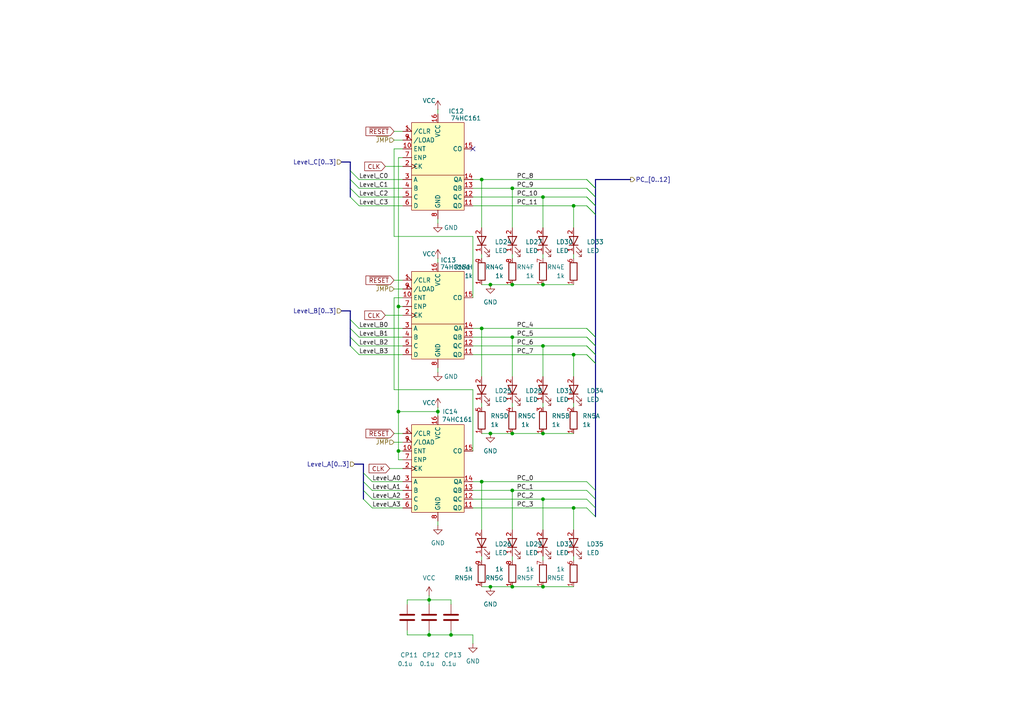
<source format=kicad_sch>
(kicad_sch (version 20250114) (generator "eeschema") (generator_version "9.0")
  (paper "A4")
  (title_block (title "HC4_CPU") (date "2025-04-17") (rev "2.0"))
  (lib_symbols
    (symbol "74xx_2:74HC161"
      (property "Reference" "IC" (at -8.89 12.7 0))
      (property "Value" "74HC161" (at 8.89 -13.97 0))
      (symbol "74HC161_0_1"
        (rectangle (start -7.62 12.7) (end 7.62 -12.7) (fill (type background)))
        (polyline (pts (xy -7.62 -2.54) (xy 7.62 -2.54)))
      )
      (symbol "74HC161_1_1"
        (pin input input_low (at -10.16 10.16 0) (length 2.54) (name "/CLR") (number "1"))
        (pin input input_low (at -10.16 7.62 0) (length 2.54) (name "/LOAD") (number "9"))
        (pin input line (at -10.16 5.08 0) (length 2.54) (name "ENT") (number "10"))
        (pin input line (at -10.16 2.54 0) (length 2.54) (name "ENP") (number "7"))
        (pin input clock (at -10.16 0 0) (length 2.54) (name "CK") (number "2"))
        (pin input line (at -10.16 -3.81 0) (length 2.54) (name "A") (number "3"))
        (pin input line (at -10.16 -6.35 0) (length 2.54) (name "B") (number "4"))
        (pin input line (at -10.16 -8.89 0) (length 2.54) (name "C") (number "5"))
        (pin input line (at -10.16 -11.43 0) (length 2.54) (name "D") (number "6"))
        (pin power_in line (at 0 15.24 270) (length 2.54) (name "VCC") (number "16"))
        (pin power_in line (at 0 -15.24 90) (length 2.54) (name "GND") (number "8"))
        (pin output line (at 10.16 5.08 180) (length 2.54) (name "CO") (number "15"))
        (pin output line (at 10.16 -3.81 180) (length 2.54) (name "QA") (number "14"))
        (pin output line (at 10.16 -6.35 180) (length 2.54) (name "QB") (number "13"))
        (pin output line (at 10.16 -8.89 180) (length 2.54) (name "QC") (number "12"))
        (pin output line (at 10.16 -11.43 180) (length 2.54) (name "QD") (number "11"))
      )
    )
    (symbol "Device2:C_Bypass" (pin_numbers (hide yes)) (pin_names (offset 0.254))
      (property "Reference" "CP" (at 0.635 2.54 0))
      (property "Value" "C_Byp" (at 0.635 -2.54 0))
      (symbol "C_Bypass_0_1"
        (polyline (pts (xy -2.032 0.762) (xy 2.032 0.762)) (stroke (width 0.508)))
        (polyline (pts (xy -2.032 -0.762) (xy 2.032 -0.762)) (stroke (width 0.508)))
      )
      (symbol "C_Bypass_1_1"
        (pin passive line (at 0 3.81 270) (length 2.794) (name "~") (number "1"))
        (pin passive line (at 0 -3.81 90) (length 2.794) (name "~") (number "2"))
      )
    )
    (symbol "Device2:LED_"
      (property "Reference" "LD" (at 0 2.54 0))
      (symbol "LED__0_1"
        (polyline (pts (xy -3.048 -0.762) (xy -4.572 -2.286) (xy -3.81 -2.286) (xy -4.572 -2.286) (xy -4.572 -1.524)))
        (polyline (pts (xy -1.778 -0.762) (xy -3.302 -2.286) (xy -2.54 -2.286) (xy -3.302 -2.286) (xy -3.302 -1.524)))
        (polyline (pts (xy -1.27 0) (xy 1.27 0)))
        (polyline (pts (xy -1.27 -1.27) (xy -1.27 1.27)) (stroke (width 0.254)))
        (polyline (pts (xy 1.27 -1.27) (xy 1.27 1.27) (xy -1.27 0) (xy 1.27 -1.27)) (stroke (width 0.254)))
      )
      (symbol "LED__1_1"
        (pin passive line (at -3.81 0 0) (length 2.54) (name "K") (number "1"))
        (pin passive line (at 3.81 0 180) (length 2.54) (name "") (number "2"))
      )
    )
    (symbol "Device:R_Network08_Split" (pin_names (offset 0) (hide yes))
      (property "Reference" "RN" (at 2.032 0 90))
      (property "Value" "R_Network08_Split" (at 0 0 90))
      (symbol "R_Network08_Split_0_1"
        (rectangle (start 1.016 2.54) (end -1.016 -2.54) (stroke (width 0.254)))
        (pin passive line (at 0 3.81 270) (length 1.27) (name "R1") (number "1"))
      )
      (symbol "R_Network08_Split_1_1"
        (pin passive line (at 0 -3.81 90) (length 1.27) (name "R1.2") (number "2"))
      )
      (symbol "R_Network08_Split_2_1"
        (pin passive line (at 0 -3.81 90) (length 1.27) (name "R2.2") (number "3"))
      )
      (symbol "R_Network08_Split_3_1"
        (pin passive line (at 0 -3.81 90) (length 1.27) (name "R3.2") (number "4"))
      )
      (symbol "R_Network08_Split_4_1"
        (pin passive line (at 0 -3.81 90) (length 1.27) (name "R4.2") (number "5"))
      )
      (symbol "R_Network08_Split_5_1"
        (pin passive line (at 0 -3.81 90) (length 1.27) (name "R5.2") (number "6"))
      )
      (symbol "R_Network08_Split_6_1"
        (pin passive line (at 0 -3.81 90) (length 1.27) (name "R6.2") (number "7"))
      )
      (symbol "R_Network08_Split_7_1"
        (pin passive line (at 0 -3.81 90) (length 1.27) (name "R7.2") (number "8"))
      )
      (symbol "R_Network08_Split_8_1"
        (pin passive line (at 0 -3.81 90) (length 1.27) (name "R8.2") (number "9"))
      )
    )
    (symbol "power:GND" (power) (pin_numbers (hide yes)) (pin_names (offset 0) (hide yes))
      (property "Value" "GND" (at 0 -3.81 0))
      (symbol "GND_0_1"
        (polyline (pts (xy 0 0) (xy 0 -1.27) (xy 1.27 -1.27) (xy 0 -2.54) (xy -1.27 -1.27) (xy 0 -1.27)))
      )
      (symbol "GND_1_1"
        (pin power_in line (at 0 0 270) (length 0) (name "~") (number "1"))
      )
    )
    (symbol "power:VCC" (power) (pin_numbers (hide yes)) (pin_names (offset 0) (hide yes))
      (property "Value" "VCC" (at 0 3.556 0))
      (symbol "VCC_0_1"
        (polyline (pts (xy -0.762 1.27) (xy 0 2.54)))
        (polyline (pts (xy 0 2.54) (xy 0.762 1.27)))
        (polyline (pts (xy 0 0) (xy 0 2.54)))
      )
      (symbol "VCC_1_1"
        (pin power_in line (at 0 0 90) (length 0) (name "~") (number "1"))
      )
    )
  )
  (junction (at 157.48 170.18))
  (junction (at 148.59 142.24))
  (junction (at 142.24 82.55))
  (junction (at 157.48 57.15))
  (junction (at 166.37 147.32))
  (junction (at 115.57 88.9))
  (junction (at 139.7 139.7))
  (junction (at 115.57 130.81))
  (junction (at 127 119.38))
  (junction (at 166.37 59.69))
  (junction (at 148.59 82.55))
  (junction (at 157.48 125.73))
  (junction (at 130.81 184.15))
  (junction (at 157.48 144.78))
  (junction (at 124.46 184.15))
  (junction (at 139.7 95.25))
  (junction (at 157.48 82.55))
  (junction (at 157.48 100.33))
  (junction (at 142.24 125.73))
  (junction (at 166.37 102.87))
  (junction (at 148.59 125.73))
  (junction (at 148.59 170.18))
  (junction (at 148.59 54.61))
  (junction (at 115.57 119.38))
  (junction (at 148.59 97.79))
  (junction (at 124.46 173.99))
  (junction (at 142.24 170.18))
  (junction (at 139.7 52.07))
  (no_connect (at 137.16 43.18))
  (bus_entry (at 170.18 54.61) (size 2.54 2.54))
  (bus_entry (at 170.18 142.24) (size 2.54 2.54))
  (bus_entry (at 170.18 95.25) (size 2.54 2.54))
  (bus_entry (at 107.95 142.24) (size -2.54 -2.54))
  (bus_entry (at 170.18 139.7) (size 2.54 2.54))
  (bus_entry (at 170.18 59.69) (size 2.54 2.54))
  (bus_entry (at 170.18 97.79) (size 2.54 2.54))
  (bus_entry (at 170.18 102.87) (size 2.54 2.54))
  (bus_entry (at 170.18 52.07) (size 2.54 2.54))
  (bus_entry (at 170.18 54.61) (size 2.54 2.54))
  (bus_entry (at 104.14 52.07) (size -2.54 -2.54))
  (bus_entry (at 104.14 100.33) (size -2.54 -2.54))
  (bus_entry (at 170.18 97.79) (size 2.54 2.54))
  (bus_entry (at 170.18 57.15) (size 2.54 2.54))
  (bus_entry (at 104.14 102.87) (size -2.54 -2.54))
  (bus_entry (at 107.95 147.32) (size -2.54 -2.54))
  (bus_entry (at 107.95 139.7) (size -2.54 -2.54))
  (bus_entry (at 104.14 57.15) (size -2.54 -2.54))
  (bus_entry (at 170.18 95.25) (size 2.54 2.54))
  (bus_entry (at 170.18 102.87) (size 2.54 2.54))
  (bus_entry (at 104.14 97.79) (size -2.54 -2.54))
  (bus_entry (at 170.18 147.32) (size 2.54 2.54))
  (bus_entry (at 170.18 52.07) (size 2.54 2.54))
  (bus_entry (at 104.14 59.69) (size -2.54 -2.54))
  (bus_entry (at 170.18 100.33) (size 2.54 2.54))
  (bus_entry (at 170.18 144.78) (size 2.54 2.54))
  (bus_entry (at 170.18 100.33) (size 2.54 2.54))
  (bus_entry (at 107.95 144.78) (size -2.54 -2.54))
  (bus_entry (at 170.18 59.69) (size 2.54 2.54))
  (bus_entry (at 170.18 57.15) (size 2.54 2.54))
  (bus_entry (at 104.14 54.61) (size -2.54 -2.54))
  (bus_entry (at 104.14 95.25) (size -2.54 -2.54))
  (wire (pts (xy 118.11 175.26) (xy 118.11 173.99)))
  (wire (pts (xy 157.48 74.93) (xy 157.48 73.66)))
  (bus (pts (xy 99.06 46.99) (xy 101.6 46.99)))
  (wire (pts (xy 170.18 144.78) (xy 157.48 144.78)))
  (bus (pts (xy 101.6 100.33) (xy 101.6 97.79)))
  (wire (pts (xy 166.37 102.87) (xy 137.16 102.87)))
  (wire (pts (xy 130.81 173.99) (xy 124.46 173.99)))
  (wire (pts (xy 170.18 102.87) (xy 166.37 102.87)))
  (bus (pts (xy 172.72 52.07) (xy 182.88 52.07)))
  (wire (pts (xy 127 119.38) (xy 127 120.65)))
  (wire (pts (xy 148.59 97.79) (xy 148.59 109.22)))
  (bus (pts (xy 172.72 57.15) (xy 172.72 59.69)))
  (wire (pts (xy 137.16 186.69) (xy 137.16 184.15)))
  (wire (pts (xy 148.59 142.24) (xy 148.59 153.67)))
  (wire (pts (xy 115.57 45.72) (xy 116.84 45.72)))
  (bus (pts (xy 105.41 134.62) (xy 102.87 134.62)))
  (wire (pts (xy 170.18 139.7) (xy 139.7 139.7)))
  (wire (pts (xy 166.37 147.32) (xy 166.37 153.67)))
  (wire (pts (xy 127 107.95) (xy 127 106.68)))
  (bus (pts (xy 172.72 100.33) (xy 172.72 102.87)))
  (wire (pts (xy 127 31.75) (xy 127 33.02)))
  (bus (pts (xy 101.6 46.99) (xy 101.6 49.53)))
  (wire (pts (xy 115.57 130.81) (xy 115.57 119.38)))
  (wire (pts (xy 114.3 38.1) (xy 116.84 38.1)))
  (wire (pts (xy 142.24 125.73) (xy 139.7 125.73)))
  (bus (pts (xy 105.41 137.16) (xy 105.41 134.62)))
  (wire (pts (xy 137.16 113.03) (xy 114.3 113.03)))
  (wire (pts (xy 104.14 59.69) (xy 116.84 59.69)))
  (wire (pts (xy 157.48 57.15) (xy 137.16 57.15)))
  (bus (pts (xy 101.6 57.15) (xy 101.6 54.61)))
  (wire (pts (xy 104.14 54.61) (xy 116.84 54.61)))
  (wire (pts (xy 157.48 170.18) (xy 166.37 170.18)))
  (wire (pts (xy 166.37 102.87) (xy 166.37 109.22)))
  (wire (pts (xy 166.37 162.56) (xy 166.37 161.29)))
  (wire (pts (xy 127 152.4) (xy 127 151.13)))
  (wire (pts (xy 130.81 175.26) (xy 130.81 173.99)))
  (wire (pts (xy 139.7 116.84) (xy 139.7 118.11)))
  (wire (pts (xy 148.59 82.55) (xy 157.48 82.55)))
  (bus (pts (xy 101.6 52.07) (xy 101.6 49.53)))
  (wire (pts (xy 166.37 118.11) (xy 166.37 116.84)))
  (wire (pts (xy 139.7 95.25) (xy 137.16 95.25)))
  (wire (pts (xy 148.59 125.73) (xy 142.24 125.73)))
  (wire (pts (xy 107.95 139.7) (xy 116.84 139.7)))
  (wire (pts (xy 127 118.11) (xy 127 119.38)))
  (wire (pts (xy 137.16 52.07) (xy 139.7 52.07)))
  (wire (pts (xy 157.48 125.73) (xy 166.37 125.73)))
  (wire (pts (xy 127 64.77) (xy 127 63.5)))
  (wire (pts (xy 148.59 54.61) (xy 137.16 54.61)))
  (wire (pts (xy 114.3 81.28) (xy 116.84 81.28)))
  (wire (pts (xy 111.76 48.26) (xy 116.84 48.26)))
  (wire (pts (xy 139.7 95.25) (xy 139.7 109.22)))
  (bus (pts (xy 172.72 105.41) (xy 172.72 142.24)))
  (wire (pts (xy 115.57 88.9) (xy 116.84 88.9)))
  (wire (pts (xy 107.95 144.78) (xy 116.84 144.78)))
  (wire (pts (xy 104.14 57.15) (xy 116.84 57.15)))
  (bus (pts (xy 172.72 142.24) (xy 172.72 144.78)))
  (wire (pts (xy 115.57 119.38) (xy 127 119.38)))
  (wire (pts (xy 124.46 182.88) (xy 124.46 184.15)))
  (wire (pts (xy 115.57 133.35) (xy 116.84 133.35)))
  (wire (pts (xy 118.11 173.99) (xy 124.46 173.99)))
  (wire (pts (xy 137.16 86.36) (xy 137.16 68.58)))
  (wire (pts (xy 142.24 170.18) (xy 148.59 170.18)))
  (wire (pts (xy 142.24 82.55) (xy 148.59 82.55)))
  (wire (pts (xy 148.59 125.73) (xy 157.48 125.73)))
  (wire (pts (xy 114.3 43.18) (xy 114.3 68.58)))
  (bus (pts (xy 172.72 144.78) (xy 172.72 147.32)))
  (wire (pts (xy 118.11 184.15) (xy 124.46 184.15)))
  (bus (pts (xy 105.41 142.24) (xy 105.41 139.7)))
  (wire (pts (xy 104.14 102.87) (xy 116.84 102.87)))
  (bus (pts (xy 172.72 147.32) (xy 172.72 149.86)))
  (wire (pts (xy 114.3 125.73) (xy 116.84 125.73)))
  (bus (pts (xy 101.6 95.25) (xy 101.6 92.71)))
  (wire (pts (xy 115.57 88.9) (xy 115.57 45.72)))
  (wire (pts (xy 114.3 83.82) (xy 116.84 83.82)))
  (wire (pts (xy 130.81 182.88) (xy 130.81 184.15)))
  (wire (pts (xy 139.7 139.7) (xy 137.16 139.7)))
  (wire (pts (xy 170.18 59.69) (xy 166.37 59.69)))
  (wire (pts (xy 114.3 40.64) (xy 116.84 40.64)))
  (wire (pts (xy 157.48 144.78) (xy 157.48 153.67)))
  (wire (pts (xy 107.95 147.32) (xy 116.84 147.32)))
  (wire (pts (xy 170.18 95.25) (xy 139.7 95.25)))
  (wire (pts (xy 104.14 95.25) (xy 116.84 95.25)))
  (wire (pts (xy 114.3 128.27) (xy 116.84 128.27)))
  (bus (pts (xy 105.41 144.78) (xy 105.41 142.24)))
  (wire (pts (xy 166.37 59.69) (xy 137.16 59.69)))
  (wire (pts (xy 148.59 170.18) (xy 157.48 170.18)))
  (wire (pts (xy 157.48 144.78) (xy 137.16 144.78)))
  (wire (pts (xy 170.18 54.61) (xy 148.59 54.61)))
  (wire (pts (xy 114.3 86.36) (xy 114.3 113.03)))
  (wire (pts (xy 139.7 82.55) (xy 142.24 82.55)))
  (wire (pts (xy 104.14 52.07) (xy 116.84 52.07)))
  (wire (pts (xy 157.48 57.15) (xy 157.48 66.04)))
  (wire (pts (xy 170.18 100.33) (xy 157.48 100.33)))
  (bus (pts (xy 101.6 54.61) (xy 101.6 52.07)))
  (wire (pts (xy 157.48 162.56) (xy 157.48 161.29)))
  (wire (pts (xy 166.37 59.69) (xy 166.37 66.04)))
  (wire (pts (xy 148.59 118.11) (xy 148.59 116.84)))
  (wire (pts (xy 139.7 74.93) (xy 139.7 73.66)))
  (wire (pts (xy 139.7 162.56) (xy 139.7 161.29)))
  (bus (pts (xy 172.72 62.23) (xy 172.72 97.79)))
  (wire (pts (xy 115.57 119.38) (xy 115.57 88.9)))
  (wire (pts (xy 139.7 170.18) (xy 142.24 170.18)))
  (wire (pts (xy 137.16 184.15) (xy 130.81 184.15)))
  (wire (pts (xy 124.46 184.15) (xy 130.81 184.15)))
  (wire (pts (xy 139.7 52.07) (xy 139.7 66.04)))
  (wire (pts (xy 137.16 68.58) (xy 114.3 68.58)))
  (wire (pts (xy 127 74.93) (xy 127 76.2)))
  (wire (pts (xy 157.48 82.55) (xy 166.37 82.55)))
  (wire (pts (xy 170.18 97.79) (xy 148.59 97.79)))
  (bus (pts (xy 172.72 54.61) (xy 172.72 57.15)))
  (bus (pts (xy 101.6 90.17) (xy 101.6 92.71)))
  (wire (pts (xy 116.84 86.36) (xy 114.3 86.36)))
  (bus (pts (xy 101.6 97.79) (xy 101.6 95.25)))
  (wire (pts (xy 104.14 97.79) (xy 116.84 97.79)))
  (wire (pts (xy 170.18 57.15) (xy 157.48 57.15)))
  (wire (pts (xy 170.18 147.32) (xy 166.37 147.32)))
  (wire (pts (xy 166.37 147.32) (xy 137.16 147.32)))
  (bus (pts (xy 105.41 139.7) (xy 105.41 137.16)))
  (wire (pts (xy 113.03 135.89) (xy 116.84 135.89)))
  (wire (pts (xy 148.59 54.61) (xy 148.59 66.04)))
  (wire (pts (xy 107.95 142.24) (xy 116.84 142.24)))
  (wire (pts (xy 124.46 172.72) (xy 124.46 173.99)))
  (bus (pts (xy 172.72 102.87) (xy 172.72 105.41)))
  (wire (pts (xy 166.37 74.93) (xy 166.37 73.66)))
  (bus (pts (xy 99.06 90.17) (xy 101.6 90.17)))
  (wire (pts (xy 157.48 118.11) (xy 157.48 116.84)))
  (wire (pts (xy 148.59 97.79) (xy 137.16 97.79)))
  (wire (pts (xy 137.16 113.03) (xy 137.16 130.81)))
  (wire (pts (xy 111.76 91.44) (xy 116.84 91.44)))
  (bus (pts (xy 172.72 59.69) (xy 172.72 62.23)))
  (wire (pts (xy 116.84 43.18) (xy 114.3 43.18)))
  (wire (pts (xy 170.18 52.07) (xy 139.7 52.07)))
  (wire (pts (xy 170.18 142.24) (xy 148.59 142.24)))
  (wire (pts (xy 118.11 182.88) (xy 118.11 184.15)))
  (wire (pts (xy 116.84 130.81) (xy 115.57 130.81)))
  (wire (pts (xy 148.59 162.56) (xy 148.59 161.29)))
  (wire (pts (xy 157.48 100.33) (xy 157.48 109.22)))
  (wire (pts (xy 148.59 74.93) (xy 148.59 73.66)))
  (wire (pts (xy 157.48 100.33) (xy 137.16 100.33)))
  (wire (pts (xy 139.7 139.7) (xy 139.7 153.67)))
  (wire (pts (xy 124.46 173.99) (xy 124.46 175.26)))
  (wire (pts (xy 104.14 100.33) (xy 116.84 100.33)))
  (bus (pts (xy 172.72 97.79) (xy 172.72 100.33)))
  (wire (pts (xy 115.57 130.81) (xy 115.57 133.35)))
  (wire (pts (xy 148.59 142.24) (xy 137.16 142.24)))
  (bus (pts (xy 172.72 52.07) (xy 172.72 54.61)))
  (label "Level_B2" (at 104.14 100.33 0))
  (label "Level_A0" (at 107.95 139.7 0))
  (label "PC_3" (at 149.86 147.32 0))
  (label "Level_C3" (at 104.14 59.69 0))
  (label "Level_B0" (at 104.14 95.25 0))
  (label "PC_0" (at 149.86 139.7 0))
  (label "Level_A2" (at 107.95 144.78 0))
  (label "PC_6" (at 149.86 100.33 0))
  (label "PC_5" (at 149.86 97.79 0))
  (label "PC_9" (at 149.86 54.61 0))
  (label "Level_A1" (at 107.95 142.24 0))
  (label "PC_1" (at 149.86 142.24 0))
  (label "Level_B3" (at 104.14 102.87 0))
  (label "PC_11" (at 149.86 59.69 0))
  (label "PC_4" (at 149.86 95.25 0))
  (label "PC_7" (at 149.86 102.87 0))
  (label "Level_C2" (at 104.14 57.15 0))
  (label "Level_B1" (at 104.14 97.79 0))
  (label "PC_10" (at 149.86 57.15 0))
  (label "Level_A3" (at 107.95 147.32 0))
  (label "Level_C0" (at 104.14 52.07 0))
  (label "PC_8" (at 149.86 52.07 0))
  (label "Level_C1" (at 104.14 54.61 0))
  (label "PC_2" (at 149.86 144.78 0))
  (global_label "~{RESET}" (shape input) (at 114.3 38.1 180) (property "Intersheetrefs" "${INTERSHEET_REFS}" (effects (hide yes))))
  (global_label "CLK" (shape input) (at 111.76 48.26 180) (property "Intersheetrefs" "${INTERSHEET_REFS}" (effects (hide yes))))
  (global_label "CLK" (shape input) (at 111.76 91.44 180) (property "Intersheetrefs" "${INTERSHEET_REFS}" (effects (hide yes))))
  (global_label "~{RESET}" (shape input) (at 114.3 125.73 180) (property "Intersheetrefs" "${INTERSHEET_REFS}" (effects (hide yes))))
  (global_label "~{RESET}" (shape input) (at 114.3 81.28 180) (property "Intersheetrefs" "${INTERSHEET_REFS}" (effects (hide yes))))
  (global_label "CLK" (shape input) (at 113.03 135.89 180) (property "Intersheetrefs" "${INTERSHEET_REFS}" (effects (hide yes))))
  (hierarchical_label "~{JMP}" (shape input) (at 114.3 83.82 180))
  (hierarchical_label "Level_A[0..3]" (shape input) (at 102.87 134.62 180))
  (hierarchical_label "PC_[0..12]" (shape output) (at 182.88 52.07 0))
  (hierarchical_label "Level_B[0..3]" (shape input) (at 99.06 90.17 180))
  (hierarchical_label "~{JMP}" (shape input) (at 114.3 40.64 180))
  (hierarchical_label "Level_C[0..3]" (shape input) (at 99.06 46.99 180))
  (hierarchical_label "~{JMP}" (shape input) (at 114.3 128.27 180))
  (symbol (lib_id "power:GND") (at 127 107.95 0) (unit 1)
    (property "Reference" "#PWR047" (effects (hide yes)))
    (property "Value" "GND" (at 130.81 109.22 0))
    (property "Description" "Power symbol creates a global label with name \"GND\" , ground" (effects (hide yes)))
  )
  (symbol (lib_id "Device2:LED_") (at 166.37 113.03 90) (unit 1)
    (property "Reference" "LD34" (at 170.18 113.3474 90) (effects (justify right)))
    (property "Value" "LED" (at 170.18 115.8874 90) (effects (justify right)))
    (property "Footprint" "LED_THT:LED_Rectangular_W5.0mm_H2.0mm" (effects (hide yes)))
    (property "Description" "Light emitting diode" (effects (hide yes)))
  )
  (symbol (lib_id "power:GND") (at 142.24 170.18 0) (unit 1)
    (property "Reference" "#PWR053" (effects (hide yes)))
    (property "Value" "GND" (at 142.24 175.26 0))
    (property "Description" "Power symbol creates a global label with name \"GND\" , ground" (effects (hide yes)))
  )
  (symbol (lib_id "Device:R_Network08_Split") (at 157.48 121.92 180) (unit 2)
    (property "Reference" "RN5" (at 160.02 120.6499 0) (effects (justify right)))
    (property "Value" "1k" (at 160.02 123.1899 0) (effects (justify right)))
    (property "Footprint" "Resistor_THT:R_Array_SIP9" (effects (hide yes)))
    (property "Datasheet" "http://www.vishay.com/docs/31509/csc.pdf" (effects (hide yes)))
    (property "Description" "8 resistor network, star topology, bussed resistors, split" (effects (hide yes)))
  )
  (symbol (lib_id "Device2:LED_") (at 166.37 69.85 90) (unit 1)
    (property "Reference" "LD33" (at 170.18 70.1674 90) (effects (justify right)))
    (property "Value" "LED" (at 170.18 72.7074 90) (effects (justify right)))
    (property "Footprint" "LED_THT:LED_Rectangular_W5.0mm_H2.0mm" (effects (hide yes)))
    (property "Description" "Light emitting diode" (effects (hide yes)))
  )
  (symbol (lib_id "Device2:LED_") (at 148.59 113.03 90) (unit 1)
    (property "Reference" "LD28" (at 152.4 113.3474 90) (effects (justify right)))
    (property "Value" "LED" (at 152.4 115.8874 90) (effects (justify right)))
    (property "Footprint" "LED_THT:LED_Rectangular_W5.0mm_H2.0mm" (effects (hide yes)))
    (property "Description" "Light emitting diode" (effects (hide yes)))
  )
  (symbol (lib_id "74xx_2:74HC161") (at 127 48.26 0) (unit 1)
    (property "Reference" "IC12" (at 132.334 32.258 0))
    (property "Value" "74HC161" (at 135.128 34.29 0))
    (property "Footprint" "Package_DIP:DIP-16_W7.62mm" (effects (hide yes)))
    (property "Datasheet" "https://toshiba.semicon-storage.com/info/TC74HC161AF_datasheet_ja_20140301.pdf?did=10806&prodName=TC74HC161AF" (effects (hide yes)))
    (property "Description" "CMOS 4bit presettable synchronous counter with asynchronous reset" (effects (hide yes)))
    (property "Sim.Library" "74hc.lib" (effects (hide yes)))
    (property "Sim.Name" "74HC161" (effects (hide yes)))
    (property "Sim.Device" "SUBCKT" (effects (hide yes)))
    (property "Sim.Pins" "1=MR 2=CP 3=D0 4=D1 5=D2 6=D3 7=CEP 8=VGND 9=PE 10=CET 11=Q3 12=Q2 13=Q1 14=Q0 15=TC 16=VCC" (effects (hide yes)))
  )
  (symbol (lib_id "Device2:C_Bypass") (at 124.46 179.07 0) (unit 1)
    (property "Reference" "CP12" (at 122.428 189.992 0) (effects (justify left)))
    (property "Value" "0.1u" (at 121.666 192.532 0) (effects (justify left)))
    (property "Footprint" "Capacitor_SMD:C_0603_1608Metric" (effects (hide yes)))
    (property "Description" "Bypass Capacitor" (effects (hide yes)))
  )
  (symbol (lib_id "power:GND") (at 127 64.77 0) (unit 1)
    (property "Reference" "#PWR045" (effects (hide yes)))
    (property "Value" "GND" (at 130.81 66.04 0))
    (property "Description" "Power symbol creates a global label with name \"GND\" , ground" (effects (hide yes)))
  )
  (symbol (lib_id "power:VCC") (at 127 74.93 0) (unit 1)
    (property "Reference" "#PWR046" (effects (hide yes)))
    (property "Value" "VCC" (at 124.46 73.66 0))
    (property "Description" "Power symbol creates a global label with name \"VCC\"" (effects (hide yes)))
  )
  (symbol (lib_id "Device:R_Network08_Split") (at 139.7 78.74 0) (mirror x) (unit 8)
    (property "Reference" "RN4" (at 137.16 77.4699 0) (effects (justify right)))
    (property "Value" "1k" (at 137.16 80.0099 0) (effects (justify right)))
    (property "Footprint" "Resistor_THT:R_Array_SIP9" (effects (hide yes)))
    (property "Datasheet" "http://www.vishay.com/docs/31509/csc.pdf" (effects (hide yes)))
    (property "Description" "8 resistor network, star topology, bussed resistors, split" (effects (hide yes)))
  )
  (symbol (lib_id "Device2:C_Bypass") (at 130.81 179.07 0) (unit 1)
    (property "Reference" "CP13" (at 128.778 189.992 0) (effects (justify left)))
    (property "Value" "0.1u" (at 128.016 192.532 0) (effects (justify left)))
    (property "Footprint" "Capacitor_SMD:C_0603_1608Metric" (effects (hide yes)))
    (property "Description" "Bypass Capacitor" (effects (hide yes)))
  )
  (symbol (lib_id "Device2:LED_") (at 157.48 113.03 90) (unit 1)
    (property "Reference" "LD31" (at 161.29 113.3474 90) (effects (justify right)))
    (property "Value" "LED" (at 161.29 115.8874 90) (effects (justify right)))
    (property "Footprint" "LED_THT:LED_Rectangular_W5.0mm_H2.0mm" (effects (hide yes)))
    (property "Description" "Light emitting diode" (effects (hide yes)))
  )
  (symbol (lib_id "74xx_2:74HC161") (at 127 91.44 0) (unit 1)
    (property "Reference" "IC13" (at 130.048 75.438 0))
    (property "Value" "74HC161" (at 132.08 77.47 0))
    (property "Footprint" "Package_DIP:DIP-16_W7.62mm" (effects (hide yes)))
    (property "Datasheet" "https://toshiba.semicon-storage.com/info/TC74HC161AF_datasheet_ja_20140301.pdf?did=10806&prodName=TC74HC161AF" (effects (hide yes)))
    (property "Description" "CMOS 4bit presettable synchronous counter with asynchronous reset" (effects (hide yes)))
    (property "Sim.Library" "74hc.lib" (effects (hide yes)))
    (property "Sim.Name" "74HC161" (effects (hide yes)))
    (property "Sim.Device" "SUBCKT" (effects (hide yes)))
    (property "Sim.Pins" "1=MR 2=CP 3=D0 4=D1 5=D2 6=D3 7=CEP 8=VGND 9=PE 10=CET 11=Q3 12=Q2 13=Q1 14=Q0 15=TC 16=VCC" (effects (hide yes)))
  )
  (symbol (lib_id "Device:R_Network08_Split") (at 157.48 166.37 180) (unit 6)
    (property "Reference" "RN5" (at 154.94 167.6401 0) (effects (justify left)))
    (property "Value" "1k" (at 154.94 165.1001 0) (effects (justify left)))
    (property "Footprint" "Resistor_THT:R_Array_SIP9" (effects (hide yes)))
    (property "Datasheet" "http://www.vishay.com/docs/31509/csc.pdf" (effects (hide yes)))
    (property "Description" "8 resistor network, star topology, bussed resistors, split" (effects (hide yes)))
  )
  (symbol (lib_id "Device:R_Network08_Split") (at 166.37 78.74 0) (mirror x) (unit 5)
    (property "Reference" "RN4" (at 163.83 77.4699 0) (effects (justify right)))
    (property "Value" "1k" (at 163.83 80.0099 0) (effects (justify right)))
    (property "Footprint" "Resistor_THT:R_Array_SIP9" (effects (hide yes)))
    (property "Datasheet" "http://www.vishay.com/docs/31509/csc.pdf" (effects (hide yes)))
    (property "Description" "8 resistor network, star topology, bussed resistors, split" (effects (hide yes)))
  )
  (symbol (lib_id "Device:R_Network08_Split") (at 148.59 166.37 180) (unit 7)
    (property "Reference" "RN5" (at 146.05 167.6401 0) (effects (justify left)))
    (property "Value" "1k" (at 146.05 165.1001 0) (effects (justify left)))
    (property "Footprint" "Resistor_THT:R_Array_SIP9" (effects (hide yes)))
    (property "Datasheet" "http://www.vishay.com/docs/31509/csc.pdf" (effects (hide yes)))
    (property "Description" "8 resistor network, star topology, bussed resistors, split" (effects (hide yes)))
  )
  (symbol (lib_id "power:VCC") (at 127 118.11 0) (unit 1)
    (property "Reference" "#PWR048" (effects (hide yes)))
    (property "Value" "VCC" (at 124.46 116.84 0))
    (property "Description" "Power symbol creates a global label with name \"VCC\"" (effects (hide yes)))
  )
  (symbol (lib_id "Device2:LED_") (at 139.7 113.03 90) (unit 1)
    (property "Reference" "LD25" (at 143.51 113.3474 90) (effects (justify right)))
    (property "Value" "LED" (at 143.51 115.8874 90) (effects (justify right)))
    (property "Footprint" "LED_THT:LED_Rectangular_W5.0mm_H2.0mm" (effects (hide yes)))
    (property "Description" "Light emitting diode" (effects (hide yes)))
  )
  (symbol (lib_id "Device:R_Network08_Split") (at 139.7 166.37 180) (unit 8)
    (property "Reference" "RN5" (at 137.16 167.6401 0) (effects (justify left)))
    (property "Value" "1k" (at 137.16 165.1001 0) (effects (justify left)))
    (property "Footprint" "Resistor_THT:R_Array_SIP9" (effects (hide yes)))
    (property "Datasheet" "http://www.vishay.com/docs/31509/csc.pdf" (effects (hide yes)))
    (property "Description" "8 resistor network, star topology, bussed resistors, split" (effects (hide yes)))
  )
  (symbol (lib_id "74xx_2:74HC161") (at 127 135.89 0) (unit 1)
    (property "Reference" "IC14" (at 130.556 119.38 0))
    (property "Value" "74HC161" (at 132.588 121.666 0))
    (property "Footprint" "Package_DIP:DIP-16_W7.62mm" (effects (hide yes)))
    (property "Datasheet" "https://toshiba.semicon-storage.com/info/TC74HC161AF_datasheet_ja_20140301.pdf?did=10806&prodName=TC74HC161AF" (effects (hide yes)))
    (property "Description" "CMOS 4bit presettable synchronous counter with asynchronous reset" (effects (hide yes)))
    (property "Sim.Library" "74hc.lib" (effects (hide yes)))
    (property "Sim.Name" "74HC161" (effects (hide yes)))
    (property "Sim.Device" "SUBCKT" (effects (hide yes)))
    (property "Sim.Pins" "1=MR 2=CP 3=D0 4=D1 5=D2 6=D3 7=CEP 8=VGND 9=PE 10=CET 11=Q3 12=Q2 13=Q1 14=Q0 15=TC 16=VCC" (effects (hide yes)))
  )
  (symbol (lib_id "Device2:LED_") (at 139.7 69.85 90) (unit 1)
    (property "Reference" "LD24" (at 143.51 70.1674 90) (effects (justify right)))
    (property "Value" "LED" (at 143.51 72.7074 90) (effects (justify right)))
    (property "Footprint" "LED_THT:LED_Rectangular_W5.0mm_H2.0mm" (effects (hide yes)))
    (property "Description" "Light emitting diode" (effects (hide yes)))
  )
  (symbol (lib_id "power:GND") (at 142.24 125.73 0) (unit 1)
    (property "Reference" "#PWR052" (effects (hide yes)))
    (property "Value" "GND" (at 142.24 130.81 0))
    (property "Description" "Power symbol creates a global label with name \"GND\" , ground" (effects (hide yes)))
  )
  (symbol (lib_id "Device2:LED_") (at 148.59 69.85 90) (unit 1)
    (property "Reference" "LD27" (at 152.4 70.1674 90) (effects (justify right)))
    (property "Value" "LED" (at 152.4 72.7074 90) (effects (justify right)))
    (property "Footprint" "LED_THT:LED_Rectangular_W5.0mm_H2.0mm" (effects (hide yes)))
    (property "Description" "Light emitting diode" (effects (hide yes)))
  )
  (symbol (lib_id "Device:R_Network08_Split") (at 139.7 121.92 180) (unit 4)
    (property "Reference" "RN5" (at 142.24 120.6499 0) (effects (justify right)))
    (property "Value" "1k" (at 142.24 123.1899 0) (effects (justify right)))
    (property "Footprint" "Resistor_THT:R_Array_SIP9" (effects (hide yes)))
    (property "Datasheet" "http://www.vishay.com/docs/31509/csc.pdf" (effects (hide yes)))
    (property "Description" "8 resistor network, star topology, bussed resistors, split" (effects (hide yes)))
  )
  (symbol (lib_id "power:GND") (at 142.24 82.55 0) (unit 1)
    (property "Reference" "#PWR051" (effects (hide yes)))
    (property "Value" "GND" (at 142.24 87.63 0))
    (property "Description" "Power symbol creates a global label with name \"GND\" , ground" (effects (hide yes)))
  )
  (symbol (lib_id "Device:R_Network08_Split") (at 166.37 166.37 180) (unit 5)
    (property "Reference" "RN5" (at 163.83 167.6401 0) (effects (justify left)))
    (property "Value" "1k" (at 163.83 165.1001 0) (effects (justify left)))
    (property "Footprint" "Resistor_THT:R_Array_SIP9" (effects (hide yes)))
    (property "Datasheet" "http://www.vishay.com/docs/31509/csc.pdf" (effects (hide yes)))
    (property "Description" "8 resistor network, star topology, bussed resistors, split" (effects (hide yes)))
  )
  (symbol (lib_id "power:GND") (at 127 152.4 0) (unit 1)
    (property "Reference" "#PWR049" (effects (hide yes)))
    (property "Value" "GND" (at 127 157.48 0))
    (property "Description" "Power symbol creates a global label with name \"GND\" , ground" (effects (hide yes)))
  )
  (symbol (lib_id "power:VCC") (at 124.46 172.72 0) (unit 1)
    (property "Reference" "#PWR043" (effects (hide yes)))
    (property "Value" "VCC" (at 124.46 167.64 0))
    (property "Description" "Power symbol creates a global label with name \"VCC\"" (effects (hide yes)))
  )
  (symbol (lib_id "Device:R_Network08_Split") (at 157.48 78.74 0) (mirror x) (unit 6)
    (property "Reference" "RN4" (at 154.94 77.4699 0) (effects (justify right)))
    (property "Value" "1k" (at 154.94 80.0099 0) (effects (justify right)))
    (property "Footprint" "Resistor_THT:R_Array_SIP9" (effects (hide yes)))
    (property "Datasheet" "http://www.vishay.com/docs/31509/csc.pdf" (effects (hide yes)))
    (property "Description" "8 resistor network, star topology, bussed resistors, split" (effects (hide yes)))
  )
  (symbol (lib_id "Device2:LED_") (at 157.48 157.48 90) (unit 1)
    (property "Reference" "LD32" (at 161.29 157.7974 90) (effects (justify right)))
    (property "Value" "LED" (at 161.29 160.3374 90) (effects (justify right)))
    (property "Footprint" "LED_THT:LED_Rectangular_W5.0mm_H2.0mm" (effects (hide yes)))
    (property "Description" "Light emitting diode" (effects (hide yes)))
  )
  (symbol (lib_id "Device2:LED_") (at 139.7 157.48 90) (unit 1)
    (property "Reference" "LD26" (at 143.51 157.7974 90) (effects (justify right)))
    (property "Value" "LED" (at 143.51 160.3374 90) (effects (justify right)))
    (property "Footprint" "LED_THT:LED_Rectangular_W5.0mm_H2.0mm" (effects (hide yes)))
    (property "Description" "Light emitting diode" (effects (hide yes)))
  )
  (symbol (lib_id "Device2:LED_") (at 166.37 157.48 90) (unit 1)
    (property "Reference" "LD35" (at 170.18 157.7974 90) (effects (justify right)))
    (property "Value" "LED" (at 170.18 160.3374 90) (effects (justify right)))
    (property "Footprint" "LED_THT:LED_Rectangular_W5.0mm_H2.0mm" (effects (hide yes)))
    (property "Description" "Light emitting diode" (effects (hide yes)))
  )
  (symbol (lib_id "Device:R_Network08_Split") (at 148.59 121.92 180) (unit 3)
    (property "Reference" "RN5" (at 155.448 120.65 0) (effects (justify left)))
    (property "Value" "1k" (at 151.13 123.1899 0) (effects (justify right)))
    (property "Footprint" "Resistor_THT:R_Array_SIP9" (effects (hide yes)))
    (property "Datasheet" "http://www.vishay.com/docs/31509/csc.pdf" (effects (hide yes)))
    (property "Description" "8 resistor network, star topology, bussed resistors, split" (effects (hide yes)))
  )
  (symbol (lib_id "Device2:C_Bypass") (at 118.11 179.07 0) (unit 1)
    (property "Reference" "CP11" (at 116.078 189.992 0) (effects (justify left)))
    (property "Value" "0.1u" (at 115.316 192.532 0) (effects (justify left)))
    (property "Footprint" "Capacitor_SMD:C_0603_1608Metric" (effects (hide yes)))
    (property "Description" "Bypass Capacitor" (effects (hide yes)))
  )
  (symbol (lib_id "power:GND") (at 137.16 186.69 0) (unit 1)
    (property "Reference" "#PWR050" (effects (hide yes)))
    (property "Value" "GND" (at 137.16 191.77 0))
    (property "Description" "Power symbol creates a global label with name \"GND\" , ground" (effects (hide yes)))
  )
  (symbol (lib_id "Device:R_Network08_Split") (at 166.37 121.92 180) (unit 1)
    (property "Reference" "RN5" (at 168.91 120.6499 0) (effects (justify right)))
    (property "Value" "1k" (at 168.91 123.1899 0) (effects (justify right)))
    (property "Footprint" "Resistor_THT:R_Array_SIP9" (effects (hide yes)))
    (property "Datasheet" "http://www.vishay.com/docs/31509/csc.pdf" (effects (hide yes)))
    (property "Description" "8 resistor network, star topology, bussed resistors, split" (effects (hide yes)))
  )
  (symbol (lib_id "Device:R_Network08_Split") (at 148.59 78.74 0) (mirror x) (unit 7)
    (property "Reference" "RN4" (at 146.05 77.4699 0) (effects (justify right)))
    (property "Value" "1k" (at 146.05 80.0099 0) (effects (justify right)))
    (property "Footprint" "Resistor_THT:R_Array_SIP9" (effects (hide yes)))
    (property "Datasheet" "http://www.vishay.com/docs/31509/csc.pdf" (effects (hide yes)))
    (property "Description" "8 resistor network, star topology, bussed resistors, split" (effects (hide yes)))
  )
  (symbol (lib_id "Device2:LED_") (at 157.48 69.85 90) (unit 1)
    (property "Reference" "LD30" (at 161.29 70.1674 90) (effects (justify right)))
    (property "Value" "LED" (at 161.29 72.7074 90) (effects (justify right)))
    (property "Footprint" "LED_THT:LED_Rectangular_W5.0mm_H2.0mm" (effects (hide yes)))
    (property "Description" "Light emitting diode" (effects (hide yes)))
  )
  (symbol (lib_id "Device2:LED_") (at 148.59 157.48 90) (unit 1)
    (property "Reference" "LD29" (at 152.4 157.7974 90) (effects (justify right)))
    (property "Value" "LED" (at 152.4 160.3374 90) (effects (justify right)))
    (property "Footprint" "LED_THT:LED_Rectangular_W5.0mm_H2.0mm" (effects (hide yes)))
    (property "Description" "Light emitting diode" (effects (hide yes)))
  )
  (symbol (lib_id "power:VCC") (at 127 31.75 0) (unit 1)
    (property "Reference" "#PWR044" (effects (hide yes)))
    (property "Value" "VCC" (at 124.46 29.21 0))
    (property "Description" "Power symbol creates a global label with name \"VCC\"" (effects (hide yes)))
  )
)
</source>
